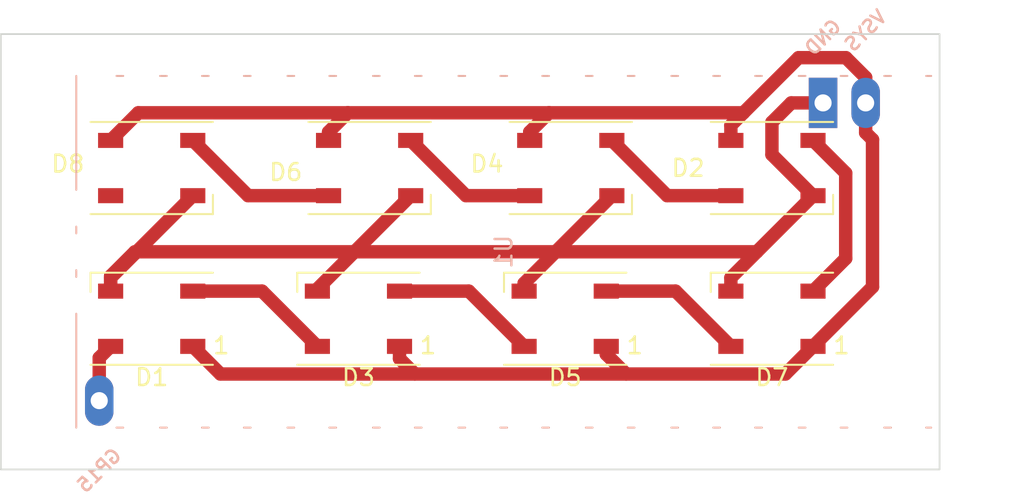
<source format=kicad_pcb>
(kicad_pcb (version 20211014) (generator pcbnew)
  (layers (0 "F.Cu" signal) (31 "B.Cu" signal) (34 "B.Paste" user) (35 "F.Paste" user) (36 "B.SilkS" user "B.Silkscreen") (37 "F.SilkS" user "F.Silkscreen") (38 "B.Mask" user) (39 "F.Mask" user) (44 "Edge.Cuts" user))
  (net 0 "")
  (net 1 "+5V")
  (net 2 "Net-(D1-Pad2)")
  (net 3 "GND")
  (net 4 "Net-(D2-Pad2)")
  (net 5 "Net-(D2-Pad4)")
  (net 6 "Net-(D3-Pad2)")
  (net 7 "Net-(D4-Pad2)")
  (net 8 "Net-(D5-Pad2)")
  (net 9 "Net-(D6-Pad2)")
  (net 11 "Net-(D1-Pad4)")
  (footprint "LED_SMD:LED_WS2812B_PLCC4_5.0x5.0mm_P3.2mm" (layer "F.Cu") (at 138 59)
    (fp_text reference "D2" (at -5 0) (layer "F.SilkS"))
    (fp_text value "WS2812B" hide)
    (fp_line (start -3.65 2.75) (end 3.65 2.75) (layer "F.SilkS") (width 0.12))
    (fp_line (start -3.65 -2.75) (end 3.65 -2.75) (layer "F.SilkS") (width 0.12))
    (fp_line (start 3.65 2.75) (end 3.65 1.6) (layer "F.SilkS") (width 0.12))
    (pad "1" smd rect (at -2.45 -1.65) (size 1.5 0.9) (layers "F.Cu" "F.Paste" "F.Mask") (net 1 "+5V"))
    (pad "2" smd rect (at -2.45 1.65) (size 1.5 0.9) (layers "F.Cu" "F.Paste" "F.Mask") (net 4 "Net-(D2-Pad2)"))
    (pad "3" smd rect (at 2.45 1.65) (size 1.5 0.9) (layers "F.Cu" "F.Paste" "F.Mask") (net 3 "GND"))
    (pad "4" smd rect (at 2.45 -1.65) (size 1.5 0.9) (layers "F.Cu" "F.Paste" "F.Mask") (net 5 "Net-(D2-Pad4)"))
  )
  (footprint "LED_SMD:LED_WS2812B_PLCC4_5.0x5.0mm_P3.2mm" (layer "F.Cu") (at 125.666666 68 180)
    (fp_text reference "D5" (at 0 -3.5) (layer "F.SilkS"))
    (fp_text value "WS2812B")
    (fp_text user "1" (at -4.15 -1.6) (layer "F.SilkS"))
    (fp_line (start -3.65 2.75) (end 3.65 2.75) (layer "F.SilkS") (width 0.12))
    (fp_line (start 3.65 2.75) (end 3.65 1.6) (layer "F.SilkS") (width 0.12))
    (fp_line (start -3.65 -2.75) (end 3.65 -2.75) (layer "F.SilkS") (width 0.12))
    (pad "1" smd rect (at -2.45 -1.65 180) (size 1.5 0.9) (layers "F.Cu" "F.Paste" "F.Mask") (net 1 "+5V"))
    (pad "2" smd rect (at -2.45 1.65 180) (size 1.5 0.9) (layers "F.Cu" "F.Paste" "F.Mask") (net 8 "Net-(D5-Pad2)"))
    (pad "3" smd rect (at 2.45 1.65 180) (size 1.5 0.9) (layers "F.Cu" "F.Paste" "F.Mask") (net 3 "GND"))
    (pad "4" smd rect (at 2.45 -1.65 180) (size 1.5 0.9) (layers "F.Cu" "F.Paste" "F.Mask") (net 6 "Net-(D3-Pad2)"))
  )
  (footprint "LED_SMD:LED_WS2812B_PLCC4_5.0x5.0mm_P3.2mm" (layer "F.Cu") (at 138 68 180)
    (fp_text reference "D7" (at 0 -3.5) (layer "F.SilkS"))
    (fp_text value "WS2812B")
    (fp_text user "1" (at -4.15 -1.6) (layer "F.SilkS"))
    (fp_line (start -3.65 -2.75) (end 3.65 -2.75) (layer "F.SilkS") (width 0.12))
    (fp_line (start 3.65 2.75) (end 3.65 1.6) (layer "F.SilkS") (width 0.12))
    (fp_line (start -3.65 2.75) (end 3.65 2.75) (layer "F.SilkS") (width 0.12))
    (pad "1" smd rect (at -2.45 -1.65 180) (size 1.5 0.9) (layers "F.Cu" "F.Paste" "F.Mask") (net 1 "+5V"))
    (pad "2" smd rect (at -2.45 1.65 180) (size 1.5 0.9) (layers "F.Cu" "F.Paste" "F.Mask") (net 5 "Net-(D2-Pad4)"))
    (pad "3" smd rect (at 2.45 1.65 180) (size 1.5 0.9) (layers "F.Cu" "F.Paste" "F.Mask") (net 3 "GND"))
    (pad "4" smd rect (at 2.45 -1.65 180) (size 1.5 0.9) (layers "F.Cu" "F.Paste" "F.Mask") (net 8 "Net-(D5-Pad2)"))
  )
  (footprint "LED_SMD:LED_WS2812B_PLCC4_5.0x5.0mm_P3.2mm" (layer "F.Cu") (at 101 68 180)
    (fp_text reference "D1" (at 0 -3.5) (layer "F.SilkS"))
    (fp_text value "WS2812B")
    (fp_text user "1" (at -4.15 -1.6) (layer "F.SilkS"))
    (fp_line (start -3.65 2.75) (end 3.65 2.75) (layer "F.SilkS") (width 0.12))
    (fp_line (start 3.65 2.75) (end 3.65 1.6) (layer "F.SilkS") (width 0.12))
    (fp_line (start -3.65 -2.75) (end 3.65 -2.75) (layer "F.SilkS") (width 0.12))
    (pad "1" smd rect (at -2.45 -1.65 180) (size 1.5 0.9) (layers "F.Cu" "F.Paste" "F.Mask") (net 1 "+5V"))
    (pad "2" smd rect (at -2.45 1.65 180) (size 1.5 0.9) (layers "F.Cu" "F.Paste" "F.Mask") (net 2 "Net-(D1-Pad2)"))
    (pad "3" smd rect (at 2.45 1.65 180) (size 1.5 0.9) (layers "F.Cu" "F.Paste" "F.Mask") (net 3 "GND"))
    (pad "4" smd rect (at 2.45 -1.65 180) (size 1.5 0.9) (layers "F.Cu" "F.Paste" "F.Mask") (net 11 "Net-(D1-Pad4)"))
  )
  (footprint "LED_SMD:LED_WS2812B_PLCC4_5.0x5.0mm_P3.2mm" (layer "F.Cu") (at 113.333333 68 180)
    (fp_text reference "D3" (at 0 -3.5) (layer "F.SilkS"))
    (fp_text value "WS2812B")
    (fp_text user "1" (at -4.15 -1.6) (layer "F.SilkS"))
    (fp_line (start -3.65 2.75) (end 3.65 2.75) (layer "F.SilkS") (width 0.12))
    (fp_line (start 3.65 2.75) (end 3.65 1.6) (layer "F.SilkS") (width 0.12))
    (fp_line (start -3.65 -2.75) (end 3.65 -2.75) (layer "F.SilkS") (width 0.12))
    (pad "1" smd rect (at -2.45 -1.65 180) (size 1.5 0.9) (layers "F.Cu" "F.Paste" "F.Mask") (net 1 "+5V"))
    (pad "2" smd rect (at -2.45 1.65 180) (size 1.5 0.9) (layers "F.Cu" "F.Paste" "F.Mask") (net 6 "Net-(D3-Pad2)"))
    (pad "3" smd rect (at 2.45 1.65 180) (size 1.5 0.9) (layers "F.Cu" "F.Paste" "F.Mask") (net 3 "GND"))
    (pad "4" smd rect (at 2.45 -1.65 180) (size 1.5 0.9) (layers "F.Cu" "F.Paste" "F.Mask") (net 2 "Net-(D1-Pad2)"))
  )
  (footprint "LED_SMD:LED_WS2812B_PLCC4_5.0x5.0mm_P3.2mm" (layer "F.Cu") (at 101 59)
    (fp_text reference "D8" (at -5 -0.25) (layer "F.SilkS"))
    (fp_text value "WS2812B" hide)
    (fp_line (start 3.65 2.75) (end 3.65 1.6) (layer "F.SilkS") (width 0.12))
    (fp_line (start -3.65 -2.75) (end 3.65 -2.75) (layer "F.SilkS") (width 0.12))
    (fp_line (start -3.65 2.75) (end 3.65 2.75) (layer "F.SilkS") (width 0.12))
    (pad "1" smd rect (at -2.45 -1.65) (size 1.5 0.9) (layers "F.Cu" "F.Paste" "F.Mask") (net 1 "+5V"))
    (pad "2" smd rect (at -2.45 1.65) (size 1.5 0.9) (layers "F.Cu" "F.Paste" "F.Mask"))
    (pad "3" smd rect (at 2.45 1.65) (size 1.5 0.9) (layers "F.Cu" "F.Paste" "F.Mask") (net 3 "GND"))
    (pad "4" smd rect (at 2.45 -1.65) (size 1.5 0.9) (layers "F.Cu" "F.Paste" "F.Mask") (net 9 "Net-(D6-Pad2)"))
  )
  (footprint "LED_SMD:LED_WS2812B_PLCC4_5.0x5.0mm_P3.2mm" (layer "F.Cu") (at 114 59)
    (fp_text reference "D6" (at -5 0.25) (layer "F.SilkS"))
    (fp_text value "WS2812B" hide)
    (fp_line (start -3.65 2.75) (end 3.65 2.75) (layer "F.SilkS") (width 0.12))
    (fp_line (start -3.65 -2.75) (end 3.65 -2.75) (layer "F.SilkS") (width 0.12))
    (fp_line (start 3.65 2.75) (end 3.65 1.6) (layer "F.SilkS") (width 0.12))
    (pad "1" smd rect (at -2.45 -1.65) (size 1.5 0.9) (layers "F.Cu" "F.Paste" "F.Mask") (net 1 "+5V"))
    (pad "2" smd rect (at -2.45 1.65) (size 1.5 0.9) (layers "F.Cu" "F.Paste" "F.Mask") (net 9 "Net-(D6-Pad2)"))
    (pad "3" smd rect (at 2.45 1.65) (size 1.5 0.9) (layers "F.Cu" "F.Paste" "F.Mask") (net 3 "GND"))
    (pad "4" smd rect (at 2.45 -1.65) (size 1.5 0.9) (layers "F.Cu" "F.Paste" "F.Mask") (net 7 "Net-(D4-Pad2)"))
  )
  (footprint "LED_SMD:LED_WS2812B_PLCC4_5.0x5.0mm_P3.2mm" (layer "F.Cu") (at 126 59)
    (fp_text reference "D4" (at -5 -0.25) (layer "F.SilkS"))
    (fp_text value "WS2812B" hide)
    (fp_line (start -3.65 -2.75) (end 3.65 -2.75) (layer "F.SilkS") (width 0.12))
    (fp_line (start -3.65 2.75) (end 3.65 2.75) (layer "F.SilkS") (width 0.12))
    (fp_line (start 3.65 2.75) (end 3.65 1.6) (layer "F.SilkS") (width 0.12))
    (pad "1" smd rect (at -2.45 -1.65) (size 1.5 0.9) (layers "F.Cu" "F.Paste" "F.Mask") (net 1 "+5V"))
    (pad "2" smd rect (at -2.45 1.65) (size 1.5 0.9) (layers "F.Cu" "F.Paste" "F.Mask") (net 7 "Net-(D4-Pad2)"))
    (pad "3" smd rect (at 2.45 1.65) (size 1.5 0.9) (layers "F.Cu" "F.Paste" "F.Mask") (net 3 "GND"))
    (pad "4" smd rect (at 2.45 -1.65) (size 1.5 0.9) (layers "F.Cu" "F.Paste" "F.Mask") (net 4 "Net-(D2-Pad2)"))
  )
  (footprint "MCU_RaspberryPi_and_Boards:RPi_Pico_SMD_TH" (layer "B.Cu") (at 122 64 90)
    (fp_text reference "U1" (at 0 0 270) (layer "B.SilkS") (effects (justify mirror)))
    (fp_text value "Pico")
    (fp_text user "GP15" (at -13.054 -24.13 45) (layer "B.SilkS") (effects (font (size 0.8 0.8)) (justify mirror)))
    (fp_text user "GND" (at 12.8 19.05 45) (layer "B.SilkS") (effects (font (size 0.8 0.8)) (justify mirror)))
    (fp_text user "VSYS" (at 13.2 21.59 45) (layer "B.SilkS") (effects (font (size 0.8 0.8)) (justify mirror)))
    (fp_line (start 10.5 5.3) (end 10.5 4.9) (layer "B.SilkS") (width 0.12))
    (fp_line (start -10.5 -2.3) (end -10.5 -2.7) (layer "B.SilkS") (width 0.12))
    (fp_line (start -10.5 5.3) (end -10.5 4.9) (layer "B.SilkS") (width 0.12))
    (fp_line (start 10.5 -4.9) (end 10.5 -5.3) (layer "B.SilkS") (width 0.12))
    (fp_line (start 10.5 -7.4) (end 10.5 -7.8) (layer "B.SilkS") (width 0.12))
    (fp_line (start -10.5 15.4) (end -10.5 15) (layer "B.SilkS") (width 0.12))
    (fp_line (start -10.5 -10) (end -10.5 -10.4) (layer "B.SilkS") (width 0.12))
    (fp_line (start 10.5 12.9) (end 10.5 12.5) (layer "B.SilkS") (width 0.12))
    (fp_line (start 10.5 -10) (end 10.5 -10.4) (layer "B.SilkS") (width 0.12))
    (fp_line (start -10.5 23.1) (end -10.5 22.7) (layer "B.SilkS") (width 0.12))
    (fp_line (start 10.5 23.1) (end 10.5 22.7) (layer "B.SilkS") (width 0.12))
    (fp_line (start -3.7 -25.5) (end -10.5 -25.5) (layer "B.SilkS") (width 0.12))
    (fp_line (start -10.5 0.2) (end -10.5 -0.2) (layer "B.SilkS") (width 0.12))
    (fp_line (start 10.5 7.8) (end 10.5 7.4) (layer "B.SilkS") (width 0.12))
    (fp_line (start 10.5 -15.1) (end 10.5 -15.5) (layer "B.SilkS") (width 0.12))
    (fp_line (start -10.5 10.4) (end -10.5 10) (layer "B.SilkS") (width 0.12))
    (fp_line (start 1.1 -25.5) (end 1.5 -25.5) (layer "B.SilkS") (width 0.12))
    (fp_line (start -10.5 -7.4) (end -10.5 -7.8) (layer "B.SilkS") (width 0.12))
    (fp_line (start 10.5 -25.5) (end 3.7 -25.5) (layer "B.SilkS") (width 0.12))
    (fp_line (start -10.5 -12.5) (end -10.5 -12.9) (layer "B.SilkS") (width 0.12))
    (fp_line (start 10.5 -22.7) (end 10.5 -23.1) (layer "B.SilkS") (width 0.12))
    (fp_line (start 10.5 -12.5) (end 10.5 -12.9) (layer "B.SilkS") (width 0.12))
    (fp_line (start -10.5 -17.6) (end -10.5 -18) (layer "B.SilkS") (width 0.12))
    (fp_line (start 10.5 15.4) (end 10.5 15) (layer "B.SilkS") (width 0.12))
    (fp_line (start 10.5 25.5) (end 10.5 25.2) (layer "B.SilkS") (width 0.12))
    (fp_line (start -10.5 25.5) (end -10.5 25.2) (layer "B.SilkS") (width 0.12))
    (fp_line (start -10.5 12.9) (end -10.5 12.5) (layer "B.SilkS") (width 0.12))
    (fp_line (start -10.5 18) (end -10.5 17.6) (layer "B.SilkS") (width 0.12))
    (fp_line (start -10.5 2.7) (end -10.5 2.3) (layer "B.SilkS") (width 0.12))
    (fp_line (start 10.5 0.2) (end 10.5 -0.2) (layer "B.SilkS") (width 0.12))
    (fp_line (start -10.5 -4.9) (end -10.5 -5.3) (layer "B.SilkS") (width 0.12))
    (fp_line (start -10.5 -22.7) (end -10.5 -23.1) (layer "B.SilkS") (width 0.12))
    (fp_line (start -1.5 -25.5) (end -1.1 -25.5) (layer "B.SilkS") (width 0.12))
    (fp_line (start -10.5 -20.1) (end -10.5 -20.5) (layer "B.SilkS") (width 0.12))
    (fp_line (start 10.5 20.5) (end 10.5 20.1) (layer "B.SilkS") (width 0.12))
    (fp_line (start -10.5 20.5) (end -10.5 20.1) (layer "B.SilkS") (width 0.12))
    (fp_line (start 10.5 2.7) (end 10.5 2.3) (layer "B.SilkS") (width 0.12))
    (fp_line (start 10.5 -20.1) (end 10.5 -20.5) (layer "B.SilkS") (width 0.12))
    (fp_line (start 10.5 18) (end 10.5 17.6) (layer "B.SilkS") (width 0.12))
    (fp_line (start -10.5 7.8) (end -10.5 7.4) (layer "B.SilkS") (width 0.12))
    (fp_line (start 10.5 -2.3) (end 10.5 -2.7) (layer "B.SilkS") (width 0.12))
    (fp_line (start 10.5 -17.6) (end 10.5 -18) (layer "B.SilkS") (width 0.12))
    (fp_line (start -10.5 -15.1) (end -10.5 -15.5) (layer "B.SilkS") (width 0.12))
    (fp_line (start 10.5 10.4) (end 10.5 10) (layer "B.SilkS") (width 0.12))
    (pad "20" thru_hole oval (at -8.89 -24.13 90) (size 3 1.7) (drill 1.02) (layers *.Cu *.Mask) (net 11 "Net-(D1-Pad4)"))
    (pad "38" thru_hole rect (at 8.89 19.05 90) (size 3 1.7) (drill 1.02) (layers *.Cu *.Mask) (net 3 "GND"))
    (pad "39" thru_hole oval (at 8.89 21.59 90) (size 3 1.7) (drill 1.02) (layers *.Cu *.Mask) (net 1 "+5V"))
  )
  (gr_rect (start 92 51) (end 148 77) (layer "Edge.Cuts") (width 0.1) (fill none))
  (segment (start 123.55 56.85) (end 124.7 55.7) (width 0.8) (layer "F.Cu") (net 1))
  (segment (start 112.7 55.7) (end 100.2 55.7) (width 0.8) (layer "F.Cu") (net 1))
  (segment (start 105.1 71.3) (end 116.7 71.3) (width 0.8) (layer "F.Cu") (net 1))
  (segment (start 128.116666 70.116666) (end 129.3 71.3) (width 0.8) (layer "F.Cu") (net 1))
  (segment (start 142.41 52.41) (end 143.59 53.59) (width 0.8) (layer "F.Cu") (net 1))
  (segment (start 111.55 57.35) (end 111.55 56.85) (width 0.8) (layer "F.Cu") (net 1))
  (segment (start 144 57.3) (end 143.59 56.89) (width 0.8) (layer "F.Cu") (net 1))
  (segment (start 136.3 55.7) (end 139.59 52.41) (width 0.8) (layer "F.Cu") (net 1))
  (segment (start 144 66.1) (end 144 57.3) (width 0.8) (layer "F.Cu") (net 1))
  (segment (start 129.3 71.3) (end 138.8 71.3) (width 0.8) (layer "F.Cu") (net 1))
  (segment (start 103.45 69.65) (end 105.1 71.3) (width 0.8) (layer "F.Cu") (net 1))
  (segment (start 138.8 71.3) (end 140.45 69.65) (width 0.8) (layer "F.Cu") (net 1))
  (segment (start 115.783333 69.65) (end 115.783333 70.383333) (width 0.8) (layer "F.Cu") (net 1))
  (segment (start 100.2 55.7) (end 98.55 57.35) (width 0.8) (layer "F.Cu") (net 1))
  (segment (start 115.783333 70.383333) (end 116.7 71.3) (width 0.8) (layer "F.Cu") (net 1))
  (segment (start 123.55 57.35) (end 123.55 56.85) (width 0.8) (layer "F.Cu") (net 1))
  (segment (start 136.3 55.7) (end 124.7 55.7) (width 0.8) (layer "F.Cu") (net 1))
  (segment (start 135.55 56.45) (end 136.3 55.7) (width 0.8) (layer "F.Cu") (net 1))
  (segment (start 111.55 56.85) (end 112.7 55.7) (width 0.8) (layer "F.Cu") (net 1))
  (segment (start 140.45 69.65) (end 144 66.1) (width 0.8) (layer "F.Cu") (net 1))
  (segment (start 139.59 52.41) (end 142.41 52.41) (width 0.8) (layer "F.Cu") (net 1))
  (segment (start 143.59 53.59) (end 143.59 55.11) (width 0.8) (layer "F.Cu") (net 1))
  (segment (start 135.55 57.35) (end 135.55 56.45) (width 0.8) (layer "F.Cu") (net 1))
  (segment (start 124.7 55.7) (end 112.7 55.7) (width 0.8) (layer "F.Cu") (net 1))
  (segment (start 128.116666 69.65) (end 128.116666 70.116666) (width 0.8) (layer "F.Cu") (net 1))
  (segment (start 116.7 71.3) (end 129.3 71.3) (width 0.8) (layer "F.Cu") (net 1))
  (segment (start 143.59 56.89) (end 143.59 55.11) (width 0.8) (layer "F.Cu") (net 1))
  (segment (start 103.45 66.35) (end 107.583333 66.35) (width 0.8) (layer "F.Cu") (net 2))
  (segment (start 107.583333 66.35) (end 110.883333 69.65) (width 0.8) (layer "F.Cu") (net 2))
  (segment (start 141.05 55.11) (end 139.152742 55.11) (width 0.8) (layer "F.Cu") (net 3))
  (segment (start 135.55 65.55) (end 137.1 64) (width 0.8) (layer "F.Cu") (net 3))
  (segment (start 98.55 65.45) (end 100 64) (width 0.8) (layer "F.Cu") (net 3))
  (segment (start 138 56.262742) (end 138 58.2) (width 0.8) (layer "F.Cu") (net 3))
  (segment (start 98.55 66.35) (end 98.55 65.45) (width 0.8) (layer "F.Cu") (net 3))
  (segment (start 123.216666 66.35) (end 123.216666 65.883334) (width 0.8) (layer "F.Cu") (net 3))
  (segment (start 137.1 64) (end 140.45 60.65) (width 0.8) (layer "F.Cu") (net 3))
  (segment (start 123.216666 65.883334) (end 128.45 60.65) (width 0.8) (layer "F.Cu") (net 3))
  (segment (start 98.55 66.35) (end 98.55 65.55) (width 0.8) (layer "F.Cu") (net 3))
  (segment (start 100 64) (end 137.1 64) (width 0.8) (layer "F.Cu") (net 3))
  (segment (start 135.55 66.35) (end 135.55 65.55) (width 0.8) (layer "F.Cu") (net 3))
  (segment (start 138 58.2) (end 140.45 60.65) (width 0.8) (layer "F.Cu") (net 3))
  (segment (start 139.152742 55.11) (end 138 56.262742) (width 0.8) (layer "F.Cu") (net 3))
  (segment (start 110.883333 66.35) (end 110.883333 66.216667) (width 0.8) (layer "F.Cu") (net 3))
  (segment (start 110.883333 66.216667) (end 116.45 60.65) (width 0.8) (layer "F.Cu") (net 3))
  (segment (start 98.55 65.55) (end 103.45 60.65) (width 0.8) (layer "F.Cu") (net 3))
  (segment (start 135.55 60.65) (end 131.75 60.65) (width 0.8) (layer "F.Cu") (net 4))
  (segment (start 131.75 60.65) (end 128.45 57.35) (width 0.8) (layer "F.Cu") (net 4))
  (segment (start 142.4 59.3) (end 140.45 57.35) (width 0.8) (layer "F.Cu") (net 5))
  (segment (start 142.4 64.4) (end 142.4 59.3) (width 0.8) (layer "F.Cu") (net 5))
  (segment (start 140.45 66.35) (end 142.4 64.4) (width 0.8) (layer "F.Cu") (net 5))
  (segment (start 119.916666 66.35) (end 123.216666 69.65) (width 0.8) (layer "F.Cu") (net 6))
  (segment (start 115.783333 66.35) (end 119.916666 66.35) (width 0.8) (layer "F.Cu") (net 6))
  (segment (start 123.55 60.65) (end 119.75 60.65) (width 0.8) (layer "F.Cu") (net 7))
  (segment (start 119.75 60.65) (end 116.45 57.35) (width 0.8) (layer "F.Cu") (net 7))
  (segment (start 132.25 66.35) (end 135.55 69.65) (width 0.8) (layer "F.Cu") (net 8))
  (segment (start 128.116666 66.35) (end 132.25 66.35) (width 0.8) (layer "F.Cu") (net 8))
  (segment (start 111.55 60.65) (end 106.75 60.65) (width 0.8) (layer "F.Cu") (net 9))
  (segment (start 106.75 60.65) (end 103.45 57.35) (width 0.8) (layer "F.Cu") (net 9))
  (segment (start 97.98 73) (end 97.87 72.89) (width 0.8) (layer "F.Cu") (net 11))
  (segment (start 97.87 72.89) (end 97.87 70.33) (width 0.8) (layer "F.Cu") (net 11))
  (segment (start 97.87 70.33) (end 98.55 69.65) (width 0.8) (layer "F.Cu") (net 11))
  (segment (start 98 73) (end 97.98 73) (width 0.8) (layer "F.Cu") (net 11))
)
</source>
